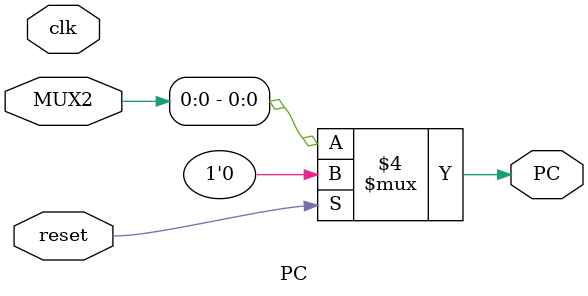
<source format=v>
module PC(
input clk, //the clock
input reset, //resets PC
input [9:0] MUX2, //the input from MUX2 will change the count on PC
output reg PC  //the output of pc will tell instuction memory where to point
);

begin
always @(clk | reset)

if (reset == 1) begin //if reset is active, reset pc to 0
PC = 0; //resets PC to 0
end

else begin  //if reset is not active, then PC will equal MUX2
PC = MUX2; //mux2 is the PC mux. It will either equad PC+1 or PC +branch/jump location
end
end
endmodule
</source>
